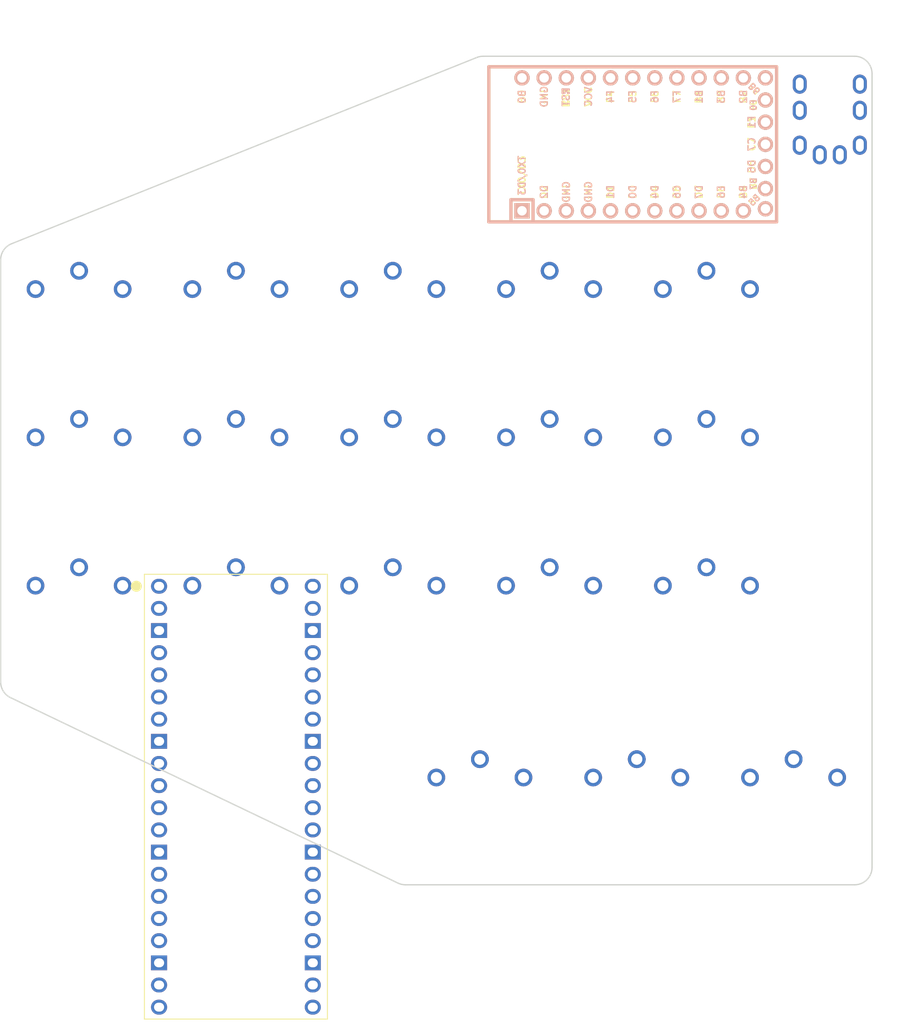
<source format=kicad_pcb>
(kicad_pcb (version 20221018) (generator pcbnew)
  (title_block (title "mosaic_pcb") (rev "v1.0.0") (company "Unknown"))
  (layers (0 "F.Cu" signal) (31 "B.Cu" signal) (34 "B.Paste" user) (35 "F.Paste" user) (36 "B.SilkS" user "B.Silkscreen") (37 "F.SilkS" user "F.Silkscreen") (38 "B.Mask" user) (39 "F.Mask" user) (44 "Edge.Cuts" user))
  (net 0 "")
  (net 1 "matrix_pinky_bottom")
  (net 2 "GND")
  (net 3 "matrix_pinky_home")
  (net 4 "matrix_pinky_top")
  (net 5 "matrix_ring_bottom")
  (net 6 "matrix_ring_home")
  (net 7 "matrix_ring_top")
  (net 8 "matrix_middle_bottom")
  (net 9 "matrix_middle_home")
  (net 10 "matrix_middle_top")
  (net 11 "matrix_index_bottom")
  (net 12 "matrix_index_home")
  (net 13 "matrix_index_top")
  (net 14 "matrix_inner_bottom")
  (net 15 "matrix_inner_home")
  (net 16 "matrix_inner_top")
  (net 17 "thumbfan_near_home")
  (net 18 "thumbfan_home_home")
  (net 19 "thumbfan_far_home")
  (net 20 "RST")
  (net 21 "VCC")
  (net 22 "F4")
  (net 23 "F5")
  (net 24 "F6")
  (net 25 "F7")
  (net 26 "B1")
  (net 27 "B3")
  (net 28 "B2")
  (net 29 "B6")
  (net 30 "D3")
  (net 31 "D2")
  (net 32 "D1")
  (net 33 "D0")
  (net 34 "D4")
  (net 35 "C6")
  (net 36 "D7")
  (net 37 "E6")
  (net 38 "B4")
  (net 39 "B5")
  (net 40 "B7")
  (net 41 "C7")
  (net 42 "F1")
  (net 43 "F0")
  (net 44 "D5")
  (net 45 "B0")
  (net 46 "GP0")
  (net 47 "GP1")
  (net 48 "GP2")
  (net 49 "GP3")
  (net 50 "GP4")
  (net 51 "GP5")
  (net 52 "GP6")
  (net 53 "GP7")
  (net 54 "GP8")
  (net 55 "GP9")
  (net 56 "GP10")
  (net 57 "GP11")
  (net 58 "GP12")
  (net 59 "GP13")
  (net 60 "GP14")
  (net 61 "GP15")
  (net 62 "GP16")
  (net 63 "GP17")
  (net 64 "GP18")
  (net 65 "GP19")
  (net 66 "GP20")
  (net 67 "GP21")
  (net 68 "GP22")
  (net 69 "RUN")
  (net 70 "GP26")
  (net 71 "GP27")
  (net 72 "AGND")
  (net 73 "GP28")
  (net 74 "ADC_VREF")
  (net 75 "3V3")
  (net 76 "3V3_EN")
  (net 77 "VSYS")
  (net 78 "VBUS")
  (footprint "PG1350" (layer "F.Cu") (at 198 102)
    (fp_text reference "S12" hide)
    (fp_text value "" hide)
    (pad "" np_thru_hole circle (at -5.5 0) (size 1.7018 1.7018) (drill 1.7018) (layers "*.Cu" "*.Mask"))
    (pad "" np_thru_hole circle (at 0 0) (size 3.429 3.429) (drill 3.429) (layers "*.Cu" "*.Mask"))
    (pad "" np_thru_hole circle (at 5.5 0) (size 1.7018 1.7018) (drill 1.7018) (layers "*.Cu" "*.Mask"))
    (pad "1" thru_hole circle (at -5 -3.8) (size 2.032 2.032) (drill 1.27) (layers "*.Cu" "*.Mask") (net 13 "matrix_index_top"))
    (pad "1" thru_hole circle (at 5 -3.8) (size 2.032 2.032) (drill 1.27) (layers "*.Cu" "*.Mask") (net 13 "matrix_index_top"))
    (pad "2" thru_hole circle (at 0 -5.9) (size 2.032 2.032) (drill 1.27) (layers "*.Cu" "*.Mask") (net 2 "GND"))
    (pad "2" thru_hole circle (at 0 -5.9) (size 2.032 2.032) (drill 1.27) (layers "*.Cu" "*.Mask") (net 2 "GND"))
  )
  (footprint "PG1350" (layer "F.Cu") (at 162 119)
    (fp_text reference "S5" hide)
    (fp_text value "" hide)
    (pad "" np_thru_hole circle (at -5.5 0) (size 1.7018 1.7018) (drill 1.7018) (layers "*.Cu" "*.Mask"))
    (pad "" np_thru_hole circle (at 0 0) (size 3.429 3.429) (drill 3.429) (layers "*.Cu" "*.Mask"))
    (pad "" np_thru_hole circle (at 5.5 0) (size 1.7018 1.7018) (drill 1.7018) (layers "*.Cu" "*.Mask"))
    (pad "1" thru_hole circle (at -5 -3.8) (size 2.032 2.032) (drill 1.27) (layers "*.Cu" "*.Mask") (net 6 "matrix_ring_home"))
    (pad "1" thru_hole circle (at 5 -3.8) (size 2.032 2.032) (drill 1.27) (layers "*.Cu" "*.Mask") (net 6 "matrix_ring_home"))
    (pad "2" thru_hole circle (at 0 -5.9) (size 2.032 2.032) (drill 1.27) (layers "*.Cu" "*.Mask") (net 2 "GND"))
    (pad "2" thru_hole circle (at 0 -5.9) (size 2.032 2.032) (drill 1.27) (layers "*.Cu" "*.Mask") (net 2 "GND"))
  )
  (footprint "PG1350" (layer "F.Cu") (at 198 136)
    (fp_text reference "S10" hide)
    (fp_text value "" hide)
    (pad "" np_thru_hole circle (at -5.5 0) (size 1.7018 1.7018) (drill 1.7018) (layers "*.Cu" "*.Mask"))
    (pad "" np_thru_hole circle (at 0 0) (size 3.429 3.429) (drill 3.429) (layers "*.Cu" "*.Mask"))
    (pad "" np_thru_hole circle (at 5.5 0) (size 1.7018 1.7018) (drill 1.7018) (layers "*.Cu" "*.Mask"))
    (pad "1" thru_hole circle (at -5 -3.8) (size 2.032 2.032) (drill 1.27) (layers "*.Cu" "*.Mask") (net 11 "matrix_index_bottom"))
    (pad "1" thru_hole circle (at 5 -3.8) (size 2.032 2.032) (drill 1.27) (layers "*.Cu" "*.Mask") (net 11 "matrix_index_bottom"))
    (pad "2" thru_hole circle (at 0 -5.9) (size 2.032 2.032) (drill 1.27) (layers "*.Cu" "*.Mask") (net 2 "GND"))
    (pad "2" thru_hole circle (at 0 -5.9) (size 2.032 2.032) (drill 1.27) (layers "*.Cu" "*.Mask") (net 2 "GND"))
  )
  (footprint "PG1350" (layer "F.Cu") (at 226 158)
    (fp_text reference "S18" hide)
    (fp_text value "" hide)
    (pad "" np_thru_hole circle (at -5.5 0) (size 1.7018 1.7018) (drill 1.7018) (layers "*.Cu" "*.Mask"))
    (pad "" np_thru_hole circle (at 0 0) (size 3.429 3.429) (drill 3.429) (layers "*.Cu" "*.Mask"))
    (pad "" np_thru_hole circle (at 5.5 0) (size 1.7018 1.7018) (drill 1.7018) (layers "*.Cu" "*.Mask"))
    (pad "1" thru_hole circle (at -5 -3.8) (size 2.032 2.032) (drill 1.27) (layers "*.Cu" "*.Mask") (net 19 "thumbfan_far_home"))
    (pad "1" thru_hole circle (at 5 -3.8) (size 2.032 2.032) (drill 1.27) (layers "*.Cu" "*.Mask") (net 19 "thumbfan_far_home"))
    (pad "2" thru_hole circle (at 0 -5.9) (size 2.032 2.032) (drill 1.27) (layers "*.Cu" "*.Mask") (net 2 "GND"))
    (pad "2" thru_hole circle (at 0 -5.9) (size 2.032 2.032) (drill 1.27) (layers "*.Cu" "*.Mask") (net 2 "GND"))
  )
  (footprint "TRRS-PJ-320A-dual" (layer "F.Cu") (at 231.3 71.5)
    (fp_text reference "TRRS1")
    (fp_text value "TRRS-PJ-320A-dual")
    (pad "" np_thru_hole circle (at -2.3 1.6) (size 1.5 1.5) (drill 1.5) (layers "*.Cu" "*.Mask"))
    (pad "" np_thru_hole circle (at -2.3 8.6) (size 1.5 1.5) (drill 1.5) (layers "*.Cu" "*.Mask"))
    (pad "" np_thru_hole circle (at 0 1.6) (size 1.5 1.5) (drill 1.5) (layers "*.Cu" "*.Mask"))
    (pad "" np_thru_hole circle (at 0 8.6) (size 1.5 1.5) (drill 1.5) (layers "*.Cu" "*.Mask"))
    (pad "1" thru_hole oval (at -2.3 11.3) (size 1.6 2.2) (drill oval 0.9 1.5) (layers "*.Cu" "*.Mask") (net 2 "GND"))
    (pad "1" thru_hole oval (at 0 11.3) (size 1.6 2.2) (drill oval 0.9 1.5) (layers "*.Cu" "*.Mask") (net 2 "GND"))
    (pad "2" thru_hole oval (at -4.6 10.2) (size 1.6 2.2) (drill oval 0.9 1.5) (layers "*.Cu" "*.Mask") (net 21 "VCC"))
    (pad "2" thru_hole oval (at 2.3 10.2) (size 1.6 2.2) (drill oval 0.9 1.5) (layers "*.Cu" "*.Mask") (net 21 "VCC"))
    (pad "3" thru_hole oval (at -4.6 6.2) (size 1.6 2.2) (drill oval 0.9 1.5) (layers "*.Cu" "*.Mask") (net 30 "D3"))
    (pad "3" thru_hole oval (at 2.3 6.2) (size 1.6 2.2) (drill oval 0.9 1.5) (layers "*.Cu" "*.Mask") (net 31 "D2"))
    (pad "4" thru_hole oval (at -4.6 3.2) (size 1.6 2.2) (drill oval 0.9 1.5) (layers "*.Cu" "*.Mask") (net 31 "D2"))
    (pad "4" thru_hole oval (at 2.3 3.2) (size 1.6 2.2) (drill oval 0.9 1.5) (layers "*.Cu" "*.Mask") (net 30 "D3"))
  )
  (footprint "PG1350" (layer "F.Cu") (at 180 136)
    (fp_text reference "S7" hide)
    (fp_text value "" hide)
    (pad "" np_thru_hole circle (at -5.5 0) (size 1.7018 1.7018) (drill 1.7018) (layers "*.Cu" "*.Mask"))
    (pad "" np_thru_hole circle (at 0 0) (size 3.429 3.429) (drill 3.429) (layers "*.Cu" "*.Mask"))
    (pad "" np_thru_hole circle (at 5.5 0) (size 1.7018 1.7018) (drill 1.7018) (layers "*.Cu" "*.Mask"))
    (pad "1" thru_hole circle (at -5 -3.8) (size 2.032 2.032) (drill 1.27) (layers "*.Cu" "*.Mask") (net 8 "matrix_middle_bottom"))
    (pad "1" thru_hole circle (at 5 -3.8) (size 2.032 2.032) (drill 1.27) (layers "*.Cu" "*.Mask") (net 8 "matrix_middle_bottom"))
    (pad "2" thru_hole circle (at 0 -5.9) (size 2.032 2.032) (drill 1.27) (layers "*.Cu" "*.Mask") (net 2 "GND"))
    (pad "2" thru_hole circle (at 0 -5.9) (size 2.032 2.032) (drill 1.27) (layers "*.Cu" "*.Mask") (net 2 "GND"))
  )
  (footprint "PG1350" (layer "F.Cu") (at 216 136)
    (fp_text reference "S13" hide)
    (fp_text value "" hide)
    (pad "" np_thru_hole circle (at -5.5 0) (size 1.7018 1.7018) (drill 1.7018) (layers "*.Cu" "*.Mask"))
    (pad "" np_thru_hole circle (at 0 0) (size 3.429 3.429) (drill 3.429) (layers "*.Cu" "*.Mask"))
    (pad "" np_thru_hole circle (at 5.5 0) (size 1.7018 1.7018) (drill 1.7018) (layers "*.Cu" "*.Mask"))
    (pad "1" thru_hole circle (at -5 -3.8) (size 2.032 2.032) (drill 1.27) (layers "*.Cu" "*.Mask") (net 14 "matrix_inner_bottom"))
    (pad "1" thru_hole circle (at 5 -3.8) (size 2.032 2.032) (drill 1.27) (layers "*.Cu" "*.Mask") (net 14 "matrix_inner_bottom"))
    (pad "2" thru_hole circle (at 0 -5.9) (size 2.032 2.032) (drill 1.27) (layers "*.Cu" "*.Mask") (net 2 "GND"))
    (pad "2" thru_hole circle (at 0 -5.9) (size 2.032 2.032) (drill 1.27) (layers "*.Cu" "*.Mask") (net 2 "GND"))
  )
  (footprint "PG1350" (layer "F.Cu") (at 162 102)
    (fp_text reference "S6" hide)
    (fp_text value "" hide)
    (pad "" np_thru_hole circle (at -5.5 0) (size 1.7018 1.7018) (drill 1.7018) (layers "*.Cu" "*.Mask"))
    (pad "" np_thru_hole circle (at 0 0) (size 3.429 3.429) (drill 3.429) (layers "*.Cu" "*.Mask"))
    (pad "" np_thru_hole circle (at 5.5 0) (size 1.7018 1.7018) (drill 1.7018) (layers "*.Cu" "*.Mask"))
    (pad "1" thru_hole circle (at -5 -3.8) (size 2.032 2.032) (drill 1.27) (layers "*.Cu" "*.Mask") (net 7 "matrix_ring_top"))
    (pad "1" thru_hole circle (at 5 -3.8) (size 2.032 2.032) (drill 1.27) (layers "*.Cu" "*.Mask") (net 7 "matrix_ring_top"))
    (pad "2" thru_hole circle (at 0 -5.9) (size 2.032 2.032) (drill 1.27) (layers "*.Cu" "*.Mask") (net 2 "GND"))
    (pad "2" thru_hole circle (at 0 -5.9) (size 2.032 2.032) (drill 1.27) (layers "*.Cu" "*.Mask") (net 2 "GND"))
  )
  (footprint "PG1350" (layer "F.Cu") (at 190 158)
    (fp_text reference "S16" hide)
    (fp_text value "" hide)
    (pad "" np_thru_hole circle (at -5.5 0) (size 1.7018 1.7018) (drill 1.7018) (layers "*.Cu" "*.Mask"))
    (pad "" np_thru_hole circle (at 0 0) (size 3.429 3.429) (drill 3.429) (layers "*.Cu" "*.Mask"))
    (pad "" np_thru_hole circle (at 5.5 0) (size 1.7018 1.7018) (drill 1.7018) (layers "*.Cu" "*.Mask"))
    (pad "1" thru_hole circle (at -5 -3.8) (size 2.032 2.032) (drill 1.27) (layers "*.Cu" "*.Mask") (net 17 "thumbfan_near_home"))
    (pad "1" thru_hole circle (at 5 -3.8) (size 2.032 2.032) (drill 1.27) (layers "*.Cu" "*.Mask") (net 17 "thumbfan_near_home"))
    (pad "2" thru_hole circle (at 0 -5.9) (size 2.032 2.032) (drill 1.27) (layers "*.Cu" "*.Mask") (net 2 "GND"))
    (pad "2" thru_hole circle (at 0 -5.9) (size 2.032 2.032) (drill 1.27) (layers "*.Cu" "*.Mask") (net 2 "GND"))
  )
  (footprint "PG1350" (layer "F.Cu") (at 144 136)
    (fp_text reference "S1" hide)
    (fp_text value "" hide)
    (pad "" np_thru_hole circle (at -5.5 0) (size 1.7018 1.7018) (drill 1.7018) (layers "*.Cu" "*.Mask"))
    (pad "" np_thru_hole circle (at 0 0) (size 3.429 3.429) (drill 3.429) (layers "*.Cu" "*.Mask"))
    (pad "" np_thru_hole circle (at 5.5 0) (size 1.7018 1.7018) (drill 1.7018) (layers "*.Cu" "*.Mask"))
    (pad "1" thru_hole circle (at -5 -3.8) (size 2.032 2.032) (drill 1.27) (layers "*.Cu" "*.Mask") (net 1 "matrix_pinky_bottom"))
    (pad "1" thru_hole circle (at 5 -3.8) (size 2.032 2.032) (drill 1.27) (layers "*.Cu" "*.Mask") (net 1 "matrix_pinky_bottom"))
    (pad "2" thru_hole circle (at 0 -5.9) (size 2.032 2.032) (drill 1.27) (layers "*.Cu" "*.Mask") (net 2 "GND"))
    (pad "2" thru_hole circle (at 0 -5.9) (size 2.032 2.032) (drill 1.27) (layers "*.Cu" "*.Mask") (net 2 "GND"))
  )
  (footprint "PG1350" (layer "F.Cu") (at 198 119)
    (fp_text reference "S11" hide)
    (fp_text value "" hide)
    (pad "" np_thru_hole circle (at -5.5 0) (size 1.7018 1.7018) (drill 1.7018) (layers "*.Cu" "*.Mask"))
    (pad "" np_thru_hole circle (at 0 0) (size 3.429 3.429) (drill 3.429) (layers "*.Cu" "*.Mask"))
    (pad "" np_thru_hole circle (at 5.5 0) (size 1.7018 1.7018) (drill 1.7018) (layers "*.Cu" "*.Mask"))
    (pad "1" thru_hole circle (at -5 -3.8) (size 2.032 2.032) (drill 1.27) (layers "*.Cu" "*.Mask") (net 12 "matrix_index_home"))
    (pad "1" thru_hole circle (at 5 -3.8) (size 2.032 2.032) (drill 1.27) (layers "*.Cu" "*.Mask") (net 12 "matrix_index_home"))
    (pad "2" thru_hole circle (at 0 -5.9) (size 2.032 2.032) (drill 1.27) (layers "*.Cu" "*.Mask") (net 2 "GND"))
    (pad "2" thru_hole circle (at 0 -5.9) (size 2.032 2.032) (drill 1.27) (layers "*.Cu" "*.Mask") (net 2 "GND"))
  )
  (footprint "PG1350" (layer "F.Cu") (at 216 119)
    (fp_text reference "S14" hide)
    (fp_text value "" hide)
    (pad "" np_thru_hole circle (at -5.5 0) (size 1.7018 1.7018) (drill 1.7018) (layers "*.Cu" "*.Mask"))
    (pad "" np_thru_hole circle (at 0 0) (size 3.429 3.429) (drill 3.429) (layers "*.Cu" "*.Mask"))
    (pad "" np_thru_hole circle (at 5.5 0) (size 1.7018 1.7018) (drill 1.7018) (layers "*.Cu" "*.Mask"))
    (pad "1" thru_hole circle (at -5 -3.8) (size 2.032 2.032) (drill 1.27) (layers "*.Cu" "*.Mask") (net 15 "matrix_inner_home"))
    (pad "1" thru_hole circle (at 5 -3.8) (size 2.032 2.032) (drill 1.27) (layers "*.Cu" "*.Mask") (net 15 "matrix_inner_home"))
    (pad "2" thru_hole circle (at 0 -5.9) (size 2.032 2.032) (drill 1.27) (layers "*.Cu" "*.Mask") (net 2 "GND"))
    (pad "2" thru_hole circle (at 0 -5.9) (size 2.032 2.032) (drill 1.27) (layers "*.Cu" "*.Mask") (net 2 "GND"))
  )
  (footprint "PG1350" (layer "F.Cu") (at 208 158)
    (fp_text reference "S17" hide)
    (fp_text value "" hide)
    (pad "" np_thru_hole circle (at -5.5 0) (size 1.7018 1.7018) (drill 1.7018) (layers "*.Cu" "*.Mask"))
    (pad "" np_thru_hole circle (at 0 0) (size 3.429 3.429) (drill 3.429) (layers "*.Cu" "*.Mask"))
    (pad "" np_thru_hole circle (at 5.5 0) (size 1.7018 1.7018) (drill 1.7018) (layers "*.Cu" "*.Mask"))
    (pad "1" thru_hole circle (at -5 -3.8) (size 2.032 2.032) (drill 1.27) (layers "*.Cu" "*.Mask") (net 18 "thumbfan_home_home"))
    (pad "1" thru_hole circle (at 5 -3.8) (size 2.032 2.032) (drill 1.27) (layers "*.Cu" "*.Mask") (net 18 "thumbfan_home_home"))
    (pad "2" thru_hole circle (at 0 -5.9) (size 2.032 2.032) (drill 1.27) (layers "*.Cu" "*.Mask") (net 2 "GND"))
    (pad "2" thru_hole circle (at 0 -5.9) (size 2.032 2.032) (drill 1.27) (layers "*.Cu" "*.Mask") (net 2 "GND"))
  )
  (footprint "PG1350" (layer "F.Cu") (at 180 102)
    (fp_text reference "S9" hide)
    (fp_text value "" hide)
    (pad "" np_thru_hole circle (at -5.5 0) (size 1.7018 1.7018) (drill 1.7018) (layers "*.Cu" "*.Mask"))
    (pad "" np_thru_hole circle (at 0 0) (size 3.429 3.429) (drill 3.429) (layers "*.Cu" "*.Mask"))
    (pad "" np_thru_hole circle (at 5.5 0) (size 1.7018 1.7018) (drill 1.7018) (layers "*.Cu" "*.Mask"))
    (pad "1" thru_hole circle (at -5 -3.8) (size 2.032 2.032) (drill 1.27) (layers "*.Cu" "*.Mask") (net 10 "matrix_middle_top"))
    (pad "1" thru_hole circle (at 5 -3.8) (size 2.032 2.032) (drill 1.27) (layers "*.Cu" "*.Mask") (net 10 "matrix_middle_top"))
    (pad "2" thru_hole circle (at 0 -5.9) (size 2.032 2.032) (drill 1.27) (layers "*.Cu" "*.Mask") (net 2 "GND"))
    (pad "2" thru_hole circle (at 0 -5.9) (size 2.032 2.032) (drill 1.27) (layers "*.Cu" "*.Mask") (net 2 "GND"))
  )
  (footprint "RPi_Pico_TH_oval_face_up" (layer "F.Cu") (at 162 156.4)
    (fp_text reference "U0" hide)
    (fp_text value "Pico")
    (fp_line (start -10.5 -25.5) (end -10.5 25.5) (stroke (width 0.12)) (layer "F.SilkS"))
    (fp_line (start -10.5 -25.5) (end 10.5 -25.5) (stroke (width 0.12)) (layer "F.SilkS"))
    (fp_line (start -10.5 25.5) (end 10.5 25.5) (stroke (width 0.12)) (layer "F.SilkS"))
    (fp_line (start 10.5 -25.5) (end 10.5 25.5) (stroke (width 0.12)) (layer "F.SilkS"))
    (fp_circle (center -11.43 -24.13) (end -10.795 -24.13) (fill solid) (layer "F.SilkS"))
    (pad "1" thru_hole oval (at -8.82 -24.13) (size 1.84 1.7) (drill oval 1.16 1.02) (layers "*.Cu" "*.Mask") (net 46 "GP0"))
    (pad "2" thru_hole oval (at -8.82 -21.59) (size 1.84 1.7) (drill oval 1.16 1.02) (layers "*.Cu" "*.Mask") (net 47 "GP1"))
    (pad "3" thru_hole rect (at -8.82 -19.05) (size 1.84 1.7) (drill oval 1.16 1.02) (layers "*.Cu" "*.Mask") (net 2 "GND"))
    (pad "4" thru_hole oval (at -8.82 -16.51) (size 1.84 1.7) (drill oval 1.16 1.02) (layers "*.Cu" "*.Mask") (net 48 "GP2"))
    (pad "5" thru_hole oval (at -8.82 -13.97) (size 1.84 1.7) (drill oval 1.16 1.02) (layers "*.Cu" "*.Mask") (net 49 "GP3"))
    (pad "6" thru_hole oval (at -8.82 -11.43) (size 1.84 1.7) (drill oval 1.16 1.02) (layers "*.Cu" "*.Mask") (net 50 "GP4"))
    (pad "7" thru_hole oval (at -8.82 -8.89) (size 1.84 1.7) (drill oval 1.16 1.02) (layers "*.Cu" "*.Mask") (net 51 "GP5"))
    (pad "8" thru_hole rect (at -8.82 -6.35) (size 1.84 1.7) (drill oval 1.16 1.02) (layers "*.Cu" "*.Mask") (net 2 "GND"))
    (pad "9" thru_hole oval (at -8.82 -3.81) (size 1.84 1.7) (drill oval 1.16 1.02) (layers "*.Cu" "*.Mask") (net 52 "GP6"))
    (pad "10" thru_hole oval (at -8.82 -1.27) (size 1.84 1.7) (drill oval 1.16 1.02) (layers "*.Cu" "*.Mask") (net 53 "GP7"))
    (pad "11" thru_hole oval (at -8.82 1.27) (size 1.84 1.7) (drill oval 1.16 1.02) (layers "*.Cu" "*.Mask") (net 54 "GP8"))
    (pad "12" thru_hole oval (at -8.82 3.81) (size 1.84 1.7) (drill oval 1.16 1.02) (layers "*.Cu" "*.Mask") (net 55 "GP9"))
    (pad "13" thru_hole rect (at -8.82 6.35) (size 1.84 1.7) (drill oval 1.16 1.02) (layers "*.Cu" "*.Mask") (net 2 "GND"))
    (pad "14" thru_hole oval (at -8.82 8.89) (size 1.84 1.7) (drill oval 1.16 1.02) (layers "*.Cu" "*.Mask") (net 56 "GP10"))
    (pad "15" thru_hole oval (at -8.82 11.43) (size 1.84 1.7) (drill oval 1.16 1.02) (layers "*.Cu" "*.Mask") (net 57 "GP11"))
    (pad "16" thru_hole oval (at -8.82 13.97) (size 1.84 1.7) (drill oval 1.16 1.02) (layers "*.Cu" "*.Mask") (net 58 "GP12"))
    (pad "17" thru_hole oval (at -8.82 16.51) (size 1.84 1.7) (drill oval 1.16 1.02) (layers "*.Cu" "*.Mask") (net 59 "GP13"))
    (pad "18" thru_hole rect (at -8.82 19.05) (size 1.84 1.7) (drill oval 1.16 1.02) (layers "*.Cu" "*.Mask") (net 2 "GND"))
    (pad "19" thru_hole oval (at -8.82 21.59) (size 1.84 1.7) (drill oval 1.16 1.02) (layers "*.Cu" "*.Mask") (net 60 "GP14"))
    (pad "20" thru_hole oval (at -8.82 24.13) (size 1.84 1.7) (drill oval 1.16 1.02) (layers "*.Cu" "*.Mask") (net 61 "GP15"))
    (pad "21" thru_hole oval (at 8.82 24.13) (size 1.84 1.7) (drill oval 1.16 1.02) (layers "*.Cu" "*.Mask") (net 62 "GP16"))
    (pad "22" thru_hole oval (at 8.82 21.59) (size 1.84 1.7) (drill oval 1.16 1.02) (layers "*.Cu" "*.Mask") (net 63 "GP17"))
    (pad "23" thru_hole rect (at 8.82 19.05) (size 1.84 1.7) (drill oval 1.16 1.02) (layers "*.Cu" "*.Mask") (net 2 "GND"))
    (pad "24" thru_hole oval (at 8.82 16.51) (size 1.84 1.7) (drill oval 1.16 1.02) (layers "*.Cu" "*.Mask") (net 64 "GP18"))
    (pad "25" thru_hole oval (at 8.82 13.97) (size 1.84 1.7) (drill oval 1.16 1.02) (layers "*.Cu" "*.Mask") (net 65 "GP19"))
    (pad "26" thru_hole oval (at 8.82 11.43) (size 1.84 1.7) (drill oval 1.16 1.02) (layers "*.Cu" "*.Mask") (net 66 "GP20"))
    (pad "27" thru_hole oval (at 8.82 8.89) (size 1.84 1.7) (drill oval 1.16 1.02) (layers "*.Cu" "*.Mask") (net 67 "GP21"))
    (pad "28" thru_hole rect (at 8.82 6.35) (size 1.84 1.7) (drill oval 1.16 1.02) (layers "*.Cu" "*.Mask") (net 2 "GND"))
    (pad "29" thru_hole oval (at 8.82 3.81) (size 1.84 1.7) (drill oval 1.16 1.02) (layers "*.Cu" "*.Mask") (net 68 "GP22"))
    (pad "30" thru_hole oval (at 8.82 1.27) (size 1.84 1.7) (drill oval 1.16 1.02) (layers "*.Cu" "*.Mask") (net 69 "RUN"))
    (pad "31" thru_hole oval (at 8.82 -1.27) (size 1.84 1.7) (drill oval 1.16 1.02) (layers "*.Cu" "*.Mask") (net 70 "GP26"))
    (pad "32" thru_hole oval (at 8.82 -3.81) (size 1.84 1.7) (drill oval 1.16 1.02) (layers "*.Cu" "*.Mask") (net 71 "GP27"))
    (pad "33" thru_hole rect (at 8.82 -6.35) (size 1.84 1.7) (drill oval 1.16 1.02) (layers "*.Cu" "*.Mask") (net 72 "AGND"))
    (pad "34" thru_hole oval (at 8.82 -8.89) (size 1.84 1.7) (drill oval 1.16 1.02) (layers "*.Cu" "*.Mask") (net 73 "GP28"))
    (pad "35" thru_hole oval (at 8.82 -11.43) (size 1.84 1.7) (drill oval 1.16 1.02) (layers "*.Cu" "*.Mask") (net 74 "ADC_VREF"))
    (pad "36" thru_hole oval (at 8.82 -13.97) (size 1.84 1.7) (drill oval 1.16 1.02) (layers "*.Cu" "*.Mask") (net 75 "3V3"))
    (pad "37" thru_hole oval (at 8.82 -16.51) (size 1.84 1.7) (drill oval 1.16 1.02) (layers "*.Cu" "*.Mask") (net 76 "3V3_EN"))
    (pad "38" thru_hole rect (at 8.82 -19.05) (size 1.84 1.7) (drill oval 1.16 1.02) (layers "*.Cu" "*.Mask") (net 2 "GND"))
    (pad "39" thru_hole oval (at 8.82 -21.59) (size 1.84 1.7) (drill oval 1.16 1.02) (layers "*.Cu" "*.Mask") (net 77 "VSYS"))
    (pad "40" thru_hole oval (at 8.82 -24.13) (size 1.84 1.7) (drill oval 1.16 1.02) (layers "*.Cu" "*.Mask") (net 78 "VBUS"))
  )
  (footprint "PG1350" (layer "F.Cu") (at 144 102)
    (fp_text reference "S3" hide)
    (fp_text value "" hide)
    (pad "" np_thru_hole circle (at -5.5 0) (size 1.7018 1.7018) (drill 1.7018) (layers "*.Cu" "*.Mask"))
    (pad "" np_thru_hole circle (at 0 0) (size 3.429 3.429) (drill 3.429) (layers "*.Cu" "*.Mask"))
    (pad "" np_thru_hole circle (at 5.5 0) (size 1.7018 1.7018) (drill 1.7018) (layers "*.Cu" "*.Mask"))
    (pad "1" thru_hole circle (at -5 -3.8) (size 2.032 2.032) (drill 1.27) (layers "*.Cu" "*.Mask") (net 4 "matrix_pinky_top"))
    (pad "1" thru_hole circle (at 5 -3.8) (size 2.032 2.032) (drill 1.27) (layers "*.Cu" "*.Mask") (net 4 "matrix_pinky_top"))
    (pad "2" thru_hole circle (at 0 -5.9) (size 2.032 2.032) (drill 1.27) (layers "*.Cu" "*.Mask") (net 2 "GND"))
    (pad "2" thru_hole circle (at 0 -5.9) (size 2.032 2.032) (drill 1.27) (layers "*.Cu" "*.Mask") (net 2 "GND"))
  )
  (footprint "PG1350" (layer "F.Cu") (at 162 136)
    (fp_text reference "S4" hide)
    (fp_text value "" hide)
    (pad "" np_thru_hole circle (at -5.5 0) (size 1.7018 1.7018) (drill 1.7018) (layers "*.Cu" "*.Mask"))
    (pad "" np_thru_hole circle (at 0 0) (size 3.429 3.429) (drill 3.429) (layers "*.Cu" "*.Mask"))
    (pad "" np_thru_hole circle (at 5.5 0) (size 1.7018 1.7018) (drill 1.7018) (layers "*.Cu" "*.Mask"))
    (pad "1" thru_hole circle (at -5 -3.8) (size 2.032 2.032) (drill 1.27) (layers "*.Cu" "*.Mask") (net 5 "matrix_ring_bottom"))
    (pad "1" thru_hole circle (at 5 -3.8) (size 2.032 2.032) (drill 1.27) (layers "*.Cu" "*.Mask") (net 5 "matrix_ring_bottom"))
    (pad "2" thru_hole circle (at 0 -5.9) (size 2.032 2.032) (drill 1.27) (layers "*.Cu" "*.Mask") (net 2 "GND"))
    (pad "2" thru_hole circle (at 0 -5.9) (size 2.032 2.032) (drill 1.27) (layers "*.Cu" "*.Mask") (net 2 "GND"))
  )
  (footprint "Elite-C" (layer "F.Cu") (at 208.8 81.6)
    (fp_text reference "" (at 0 0) (layer "F.SilkS") (effects (font (size 1.27 1.27))))
    (fp_text value "Elite-C" hide)
    (fp_text user "C6" (at 3.81 5.461 90) (layer "B.SilkS") (effects (font (size 0.8 0.8)) (justify mirror)))
    (fp_text user "D7" (at 6.35 5.461 90) (layer "B.SilkS") (effects (font (size 0.8 0.8)) (justify mirror)))
    (fp_text user "B5" (at 12.7 6.4 45) (layer "B.SilkS") (effects (font (size 0.7 0.7)) (justify mirror)))
    (fp_text user "GND" (at -6.35 5.461 90) (layer "B.SilkS") (effects (font (size 0.8 0.8)) (justify mirror)))
    (fp_text user "C7" (at 12.4 0 90) (layer "B.SilkS") (effects (font (size 0.8 0.8)) (justify mirror)))
    (fp_text user "F1" (at 12.4 -2.54 90) (layer "B.SilkS") (effects (font (size 0.8 0.8)) (justify mirror)))
    (fp_text user "E6" (at 8.89 5.461 90) (layer "B.SilkS") (effects (font (size 0.8 0.8)) (justify mirror)))
    (fp_text user "F7" (at 3.81 -5.461 90) (layer "B.SilkS") (effects (font (size 0.8 0.8)) (justify mirror)))
    (fp_text user "TX0/D3" (at -13.97 3.571872 90) (layer "B.SilkS") (effects (font (size 0.8 0.8)) (justify mirror)))
    (fp_text user "F0" (at 12.6 -4.5 90) (layer "B.SilkS") (effects (font (size 0.7 0.7)) (justify mirror)))
    (fp_text user "ST" (at -8.91 -5.04 90) (layer "B.SilkS") (effects (font (size 0.8 0.8)) (justify mirror)))
    (fp_text user "GND" (at -8.89 5.461 90) (layer "B.SilkS") (effects (font (size 0.8 0.8)) (justify mirror)))
    (fp_text user "B4" (at 11.43 5.461 90) (layer "B.SilkS") (effects (font (size 0.8 0.8)) (justify mirror)))
    (fp_text user "D1" (at -3.81 5.461 90) (layer "B.SilkS") (effects (font (size 0.8 0.8)) (justify mirror)))
    (fp_text user "VCC" (at -6.35 -5.461 90) (layer "B.SilkS") (effects (font (size 0.8 0.8)) (justify mirror)))
    (fp_text user "F5" (at -1.27 -5.461 90) (layer "B.SilkS") (effects (font (size 0.8 0.8)) (justify mirror)))
    (fp_text user "B6" (at 12.7 -6.4 135 unlocked) (layer "B.SilkS") (effects (font (size 0.7 0.7)) (justify mirror)))
    (fp_text user "F6" (at 1.27 -5.461 90) (layer "B.SilkS") (effects (font (size 0.8 0.8)) (justify mirror)))
    (fp_text user "D0" (at -1.27 5.461 90) (layer "B.SilkS") (effects (font (size 0.8 0.8)) (justify mirror)))
    (fp_text user "D2" (at -11.43 5.461 90) (layer "B.SilkS") (effects (font (size 0.8 0.8)) (justify mirror)))
    (fp_text user "B1" (at 6.35 -5.461 90) (layer "B.SilkS") (effects (font (size 0.8 0.8)) (justify mirror)))
    (fp_text user "D5" (at 12.4 2.54 90) (layer "B.SilkS") (effects (font (size 0.8 0.8)) (justify mirror)))
    (fp_text user "B7" (at 12.6 4.5 90) (layer "B.SilkS") (effects (font (size 0.7 0.7)) (justify mirror)))
    (fp_text user "B3" (at 8.89 -5.461 90) (layer "B.SilkS") (effects (font (size 0.8 0.8)) (justify mirror)))
    (fp_text user "F4" (at -3.81 -5.461 90) (layer "B.SilkS") (effects (font (size 0.8 0.8)) (justify mirror)))
    (fp_text user "D4" (at 1.27 5.461 90) (layer "B.SilkS") (effects (font (size 0.8 0.8)) (justify mirror)))
    (fp_text user "B2" (at 11.43 -5.461 90) (layer "B.SilkS") (effects (font (size 0.8 0.8)) (justify mirror)))
    (fp_text user "B0" (at -13.97 -5.461 90) (layer "B.SilkS") (effects (font (size 0.8 0.8)) (justify mirror)))
    (fp_text user "GND" (at -11.43 -5.461 90) (layer "B.SilkS") (effects (font (size 0.8 0.8)) (justify mirror)))
    (fp_text user "D7" (at 6.35 5.461 90) (layer "F.SilkS") (effects (font (size 0.8 0.8))))
    (fp_text user "B5" (at 12.7 6.4 45) (layer "F.SilkS") (effects (font (size 0.7 0.7))))
    (fp_text user "B2" (at 11.43 -5.461 90) (layer "F.SilkS") (effects (font (size 0.8 0.8))))
    (fp_text user "GND" (at -6.35 5.461 90) (layer "F.SilkS") (effects (font (size 0.8 0.8))))
    (fp_text user "F5" (at -1.27 -5.461 90) (layer "F.SilkS") (effects (font (size 0.8 0.8))))
    (fp_text user "C7" (at 12.4 0 90) (layer "F.SilkS") (effects (font (size 0.8 0.8))))
    (fp_text user "D4" (at 1.27 5.461 90) (layer "F.SilkS") (effects (font (size 0.8 0.8))))
    (fp_text user "ST" (at -8.92 -5.73312 90) (layer "F.SilkS") (effects (font (size 0.8 0.8))))
    (fp_text user "E6" (at 8.89 5.461 90) (layer "F.SilkS") (effects (font (size 0.8 0.8))))
    (fp_text user "B4" (at 11.43 5.461 90) (layer "F.SilkS") (effects (font (size 0.8 0.8))))
    (fp_text user "D0" (at -1.27 5.461 90) (layer "F.SilkS") (effects (font (size 0.8 0.8))))
    (fp_text user "D5" (at 12.4 2.54 90) (layer "F.SilkS") (effects (font (size 0.8 0.8))))
    (fp_text user "B7" (at 12.6 4.5 90) (layer "F.SilkS") (effects (font (size 0.7 0.7))))
    (fp_text user "F7" (at 3.81 -5.461 90) (layer "F.SilkS") (effects (font (size 0.8 0.8))))
    (fp_text user "F1" (at 12.4 -2.54 90) (layer "F.SilkS") (effects (font (size 0.8 0.8))))
    (fp_text user "B0" (at -13.97 -5.461 90) (layer "F.SilkS") (effects (font (size 0.8 0.8))))
    (fp_text user "TX0/D3" (at -13.97 3.571872 90) (layer "F.SilkS") (effects (font (size 0.8 0.8))))
    (fp_text user "B3" (at 8.89 -5.461 90) (layer "F.SilkS") (effects (font (size 0.8 0.8))))
    (fp_text user "GND" (at -8.89 5.461 90) (layer "F.SilkS") (effects (font (size 0.8 0.8))))
    (fp_text user "F6" (at 1.27 -5.461 90) (layer "F.SilkS") (effects (font (size 0.8 0.8))))
    (fp_text user "F4" (at -3.81 -5.461 90) (layer "F.SilkS") (effects (font (size 0.8 0.8))))
    (fp_text user "B6" (at 12.7 -6.4 135 unlocked) (layer "F.SilkS") (effects (font (size 0.7 0.7))))
    (fp_text user "VCC" (at -6.35 -5.461 90) (layer "F.SilkS") (effects (font (size 0.8 0.8))))
    (fp_text user "D1" (at -3.81 5.461 90) (layer "F.SilkS") (effects (font (size 0.8 0.8))))
    (fp_text user "F0" (at 12.6 -4.5 90) (layer "F.SilkS") (effects (font (size 0.7 0.7))))
    (fp_text user "B1" (at 6.35 -5.461 90) (layer "F.SilkS") (effects (font (size 0.8 0.8))))
    (fp_text user "D2" (at -11.43 5.461 90) (layer "F.SilkS") (effects (font (size 0.8 0.8))))
    (fp_text user "GND" (at -11.43 -5.461 90) (layer "F.SilkS") (effects (font (size 0.8 0.8))))
    (fp_text user "C6" (at 3.81 5.461 90) (layer "F.SilkS") (effects (font (size 0.8 0.8))))
    (fp_line (start -17.78 -8.89) (end -17.78 8.89) (stroke (width 0.381)) (layer "B.SilkS"))
    (fp_line (start -17.78 8.89) (end 15.24 8.89) (stroke (width 0.381)) (layer "B.SilkS"))
    (fp_line (start -15.24 6.35) (end -15.24 8.89) (stroke (width 0.381)) (layer "B.SilkS"))
    (fp_line (start -15.24 6.35) (end -12.7 6.35) (stroke (width 0.381)) (layer "B.SilkS"))
    (fp_line (start -12.7 6.35) (end -12.7 8.89) (stroke (width 0.381)) (layer "B.SilkS"))
    (fp_line (start 15.24 -8.89) (end -17.78 -8.89) (stroke (width 0.381)) (layer "B.SilkS"))
    (fp_line (start 15.24 8.89) (end 15.24 -8.89) (stroke (width 0.381)) (layer "B.SilkS"))
    (fp_poly (pts (xy -9.35097 -6.244635) (xy -8.55097 -6.244635) (xy -8.55097 -6.344635) (xy -9.35097 -6.344635)) (stroke (width 0.15)) (fill solid) (layer "B.SilkS"))
    (fp_poly (pts (xy -9.35097 -5.844635) (xy -9.25097 -5.844635) (xy -9.25097 -6.344635) (xy -9.35097 -6.344635)) (stroke (width 0.15)) (fill solid) (layer "B.SilkS"))
    (fp_poly (pts (xy -9.35097 -5.844635) (xy -9.05097 -5.844635) (xy -9.05097 -5.944635) (xy -9.35097 -5.944635)) (stroke (width 0.15)) (fill solid) (layer "B.SilkS"))
    (fp_poly (pts (xy -8.95097 -6.044635) (xy -8.85097 -6.044635) (xy -8.85097 -6.144635) (xy -8.95097 -6.144635)) (stroke (width 0.15)) (fill solid) (layer "B.SilkS"))
    (fp_poly (pts (xy -8.75097 -5.844635) (xy -8.55097 -5.844635) (xy -8.55097 -5.944635) (xy -8.75097 -5.944635)) (stroke (width 0.15)) (fill solid) (layer "B.SilkS"))
    (fp_line (start -17.78 -8.89) (end -17.78 8.89) (stroke (width 0.381)) (layer "F.SilkS"))
    (fp_line (start -17.78 8.89) (end -15.24 8.89) (stroke (width 0.381)) (layer "F.SilkS"))
    (fp_line (start -15.24 -8.89) (end -17.78 -8.89) (stroke (width 0.381)) (layer "F.SilkS"))
    (fp_line (start -15.24 6.35) (end -15.24 8.89) (stroke (width 0.381)) (layer "F.SilkS"))
    (fp_line (start -15.24 6.35) (end -12.7 6.35) (stroke (width 0.381)) (layer "F.SilkS"))
    (fp_line (start -15.24 8.89) (end 15.24 8.89) (stroke (width 0.381)) (layer "F.SilkS"))
    (fp_line (start -12.7 6.35) (end -12.7 8.89) (stroke (width 0.381)) (layer "F.SilkS"))
    (fp_line (start 15.24 -8.89) (end -15.24 -8.89) (stroke (width 0.381)) (layer "F.SilkS"))
    (fp_line (start 15.24 8.89) (end 15.24 -8.89) (stroke (width 0.381)) (layer "F.SilkS"))
    (fp_poly (pts (xy -9.36064 -4.931568) (xy -9.26064 -4.931568) (xy -9.26064 -4.431568) (xy -9.36064 -4.431568)) (stroke (width 0.15)) (fill solid) (layer "F.SilkS"))
    (fp_poly (pts (xy -9.36064 -4.931568) (xy -9.06064 -4.931568) (xy -9.06064 -4.831568) (xy -9.36064 -4.831568)) (stroke (width 0.15)) (fill solid) (layer "F.SilkS"))
    (fp_poly (pts (xy -9.36064 -4.531568) (xy -8.56064 -4.531568) (xy -8.56064 -4.431568) (xy -9.36064 -4.431568)) (stroke (width 0.15)) (fill solid) (layer "F.SilkS"))
    (fp_poly (pts (xy -8.96064 -4.731568) (xy -8.86064 -4.731568) (xy -8.86064 -4.631568) (xy -8.96064 -4.631568)) (stroke (width 0.15)) (fill solid) (layer "F.SilkS"))
    (fp_poly (pts (xy -8.76064 -4.931568) (xy -8.56064 -4.931568) (xy -8.56064 -4.831568) (xy -8.76064 -4.831568)) (stroke (width 0.15)) (fill solid) (layer "F.SilkS"))
    (pad "1" thru_hole rect (at -13.97 7.62) (size 1.7526 1.7526) (drill 1.0922) (layers "*.Cu" "*.SilkS" "*.Mask") (net 30 "D3"))
    (pad "2" thru_hole circle (at -11.43 7.62) (size 1.7526 1.7526) (drill 1.0922) (layers "*.Cu" "*.SilkS" "*.Mask") (net 31 "D2"))
    (pad "3" thru_hole circle (at -8.89 7.62) (size 1.7526 1.7526) (drill 1.0922) (layers "*.Cu" "*.SilkS" "*.Mask") (net 2 "GND"))
    (pad "4" thru_hole circle (at -6.35 7.62) (size 1.7526 1.7526) (drill 1.0922) (layers "*.Cu" "*.SilkS" "*.Mask") (net 2 "GND"))
    (pad "5" thru_hole circle (at -3.81 7.62) (size 1.7526 1.7526) (drill 1.0922) (layers "*.Cu" "*.SilkS" "*.Mask") (net 32 "D1"))
    (pad "6" thru_hole circle (at -1.27 7.62) (size 1.7526 1.7526) (drill 1.0922) (layers "*.Cu" "*.SilkS" "*.Mask") (net 33 "D0"))
    (pad "7" thru_hole circle (at 1.27 7.62) (size 1.7526 1.7526) (drill 1.0922) (layers "*.Cu" "*.SilkS" "*.Mask") (net 34 "D4"))
    (pad "8" thru_hole circle (at 3.81 7.62) (size 1.7526 1.7526) (drill 1.0922) (layers "*.Cu" "*.SilkS" "*.Mask") (net 35 "C6"))
    (pad "9" thru_hole circle (at 6.35 7.62) (size 1.7526 1.7526) (drill 1.0922) (layers "*.Cu" "*.SilkS" "*.Mask") (net 36 "D7"))
    (pad "10" thru_hole circle (at 8.89 7.62) (size 1.7526 1.7526) (drill 1.0922) (layers "*.Cu" "*.SilkS" "*.Mask") (net 37 "E6"))
    (pad "11" thru_hole circle (at 11.43 7.62) (size 1.7526 1.7526) (drill 1.0922) (layers "*.Cu" "*.SilkS" "*.Mask") (net 38 "B4"))
    (pad "12" thru_hole circle (at 13.97 7.3914) (size 1.7526 1.7526) (drill 1.0922) (layers "*.Cu" "*.SilkS" "*.Mask") (net 39 "B5"))
    (pad "13" thru_hole circle (at 13.97 -7.62) (size 1.7526 1.7526) (drill 1.0922) (layers "*.Cu" "*.SilkS" "*.Mask") (net 29 "B6"))
    (pad "14" thru_hole circle (at 11.43 -7.62) (size 1.7526 1.7526) (drill 1.0922) (layers "*.Cu" "*.SilkS" "*.Mask") (net 28 "B2"))
    (pad "15" thru_hole circle (at 8.89 -7.62) (size 1.7526 1.7526) (drill 1.0922) (layers "*.Cu" "*.SilkS" "*.Mask") (net 27 "B3"))
    (pad "16" thru_hole circle (at 6.35 -7.62) (size 1.7526 1.7526) (drill 1.0922) (layers "*.Cu" "*.SilkS" "*.Mask") (net 26 "B1"))
    (pad "17" thru_hole circle (at 3.81 -7.62) (size 1.7526 1.7526) (drill 1.0922) (layers "*.Cu" "*.SilkS" "*.Mask") (net 25 "F7"))
    (pad "18" thru_hole circle (at 1.27 -7.62) (size 1.7526 1.7526) (drill 1.0922) (layers "*.Cu" "*.SilkS" "*.Mask") (net 24 "F6"))
    (pad "19" thru_hole circle (at -1.27 -7.62) (size 1.7526 1.7526) (drill 1.0922) (layers "*.Cu" "*.SilkS" "*.Mask") (net 23 "F5"))
    (pad "20" thru_hole circle (at -3.81 -7.62) (size 1.7526 1.7526) (drill 1.0922) (layers "*.Cu" "*.SilkS" "*.Mask") (net 22 "F4"))
    (pad "21" thru_hole circle (at -6.35 -7.62) (size 1.7526 1.7526) (drill 1.0922) (layers "*.Cu" "*.SilkS" "*.Mask") (net 21 "VCC"))
    (pad "22" thru_hole circle (at -8.89 -7.62) (size 1.7526 1.7526) (drill 1.0922) (layers "*.Cu" "*.SilkS" "*.Mask") (net 20 "RST"))
    (pad "23" thru_hole circle (at -11.43 -7.62) (size 1.7526 1.7526) (drill 1.0922) (layers "*.Cu" "*.SilkS" "*.Mask") (net 2 "GND"))
    (pad "24" thru_hole circle (at -13.97 -7.62) (size 1.7526 1.7526) (drill 1.0922) (layers "*.Cu" "*.SilkS" "*.Mask") (net 45 "B0"))
    (pad "25" thru_hole circle (at 13.97 5.08) (size 1.7526 1.7526) (drill 1.0922) (layers "*.Cu" "*.SilkS" "*.Mask") (net 40 "B7"))
    (pad "26" thru_hole circle (at 13.97 2.54) (size 1.7526 1.7526) (drill 1.0922) (layers "*.Cu" "*.SilkS" "*.Mask") (net 44 "D5"))
    (pad "27" thru_hole circle (at 13.97 0) (size 1.7526 1.7526) (drill 1.0922) (layers "*.Cu" "*.SilkS" "*.Mask") (net 41 "C7"))
    (pad "28" thru_hole circle (at 13.97 -2.54) (size 1.7526 1.7526) (drill 1.0922) (layers "*.Cu" "*.SilkS" "*.Mask") (net 42 "F1"))
    (pad "29" thru_hole circle (at 13.97 -5.08) (size 1.7526 1.7526) (drill 1.0922) (layers "*.Cu" "*.SilkS" "*.Mask") (net 43 "F0"))
  )
  (footprint "PG1350" (layer "F.Cu") (at 216 102)
    (fp_text reference "S15" hide)
    (fp_text value "" hide)
    (pad "" np_thru_hole circle (at -5.5 0) (size 1.7018 1.7018) (drill 1.7018) (layers "*.Cu" "*.Mask"))
    (pad "" np_thru_hole circle (at 0 0) (size 3.429 3.429) (drill 3.429) (layers "*.Cu" "*.Mask"))
    (pad "" np_thru_hole circle (at 5.5 0) (size 1.7018 1.7018) (drill 1.7018) (layers "*.Cu" "*.Mask"))
    (pad "1" thru_hole circle (at -5 -3.8) (size 2.032 2.032) (drill 1.27) (layers "*.Cu" "*.Mask") (net 16 "matrix_inner_top"))
    (pad "1" thru_hole circle (at 5 -3.8) (size 2.032 2.032) (drill 1.27) (layers "*.Cu" "*.Mask") (net 16 "matrix_inner_top"))
    (pad "2" thru_hole circle (at 0 -5.9) (size 2.032 2.032) (drill 1.27) (layers "*.Cu" "*.Mask") (net 2 "GND"))
    (pad "2" thru_hole circle (at 0 -5.9) (size 2.032 2.032) (drill 1.27) (layers "*.Cu" "*.Mask") (net 2 "GND"))
  )
  (footprint "PG1350" (layer "F.Cu") (at 180 119)
    (fp_text reference "S8" hide)
    (fp_text value "" hide)
    (pad "" np_thru_hole circle (at -5.5 0) (size 1.7018 1.7018) (drill 1.7018) (layers "*.Cu" "*.Mask"))
    (pad "" np_thru_hole circle (at 0 0) (size 3.429 3.429) (drill 3.429) (layers "*.Cu" "*.Mask"))
    (pad "" np_thru_hole circle (at 5.5 0) (size 1.7018 1.7018) (drill 1.7018) (layers "*.Cu" "*.Mask"))
    (pad "1" thru_hole circle (at -5 -3.8) (size 2.032 2.032) (drill 1.27) (layers "*.Cu" "*.Mask") (net 9 "matrix_middle_home"))
    (pad "1" thru_hole circle (at 5 -3.8) (size 2.032 2.032) (drill 1.27) (layers "*.Cu" "*.Mask") (net 9 "matrix_middle_home"))
    (pad "2" thru_hole circle (at 0 -5.9) (size 2.032 2.032) (drill 1.27) (layers "*.Cu" "*.Mask") (net 2 "GND"))
    (pad "2" thru_hole circle (at 0 -5.9) (size 2.032 2.032) (drill 1.27) (layers "*.Cu" "*.Mask") (net 2 "GND"))
  )
  (footprint "PG1350" (layer "F.Cu") (at 144 119)
    (fp_text reference "S2" hide)
    (fp_text value "" hide)
    (pad "" np_thru_hole circle (at -5.5 0) (size 1.7018 1.7018) (drill 1.7018) (layers "*.Cu" "*.Mask"))
    (pad "" np_thru_hole circle (at 0 0) (size 3.429 3.429) (drill 3.429) (layers "*.Cu" "*.Mask"))
    (pad "" np_thru_hole circle (at 5.5 0) (size 1.7018 1.7018) (drill 1.7018) (layers "*.Cu" "*.Mask"))
    (pad "1" thru_hole circle (at -5 -3.8) (size 2.032 2.032) (drill 1.27) (layers "*.Cu" "*.Mask") (net 3 "matrix_pinky_home"))
    (pad "1" thru_hole circle (at 5 -3.8) (size 2.032 2.032) (drill 1.27) (layers "*.Cu" "*.Mask") (net 3 "matrix_pinky_home"))
    (pad "2" thru_hole circle (at 0 -5.9) (size 2.032 2.032) (drill 1.27) (layers "*.Cu" "*.Mask") (net 2 "GND"))
    (pad "2" thru_hole circle (at 0 -5.9) (size 2.032 2.032) (drill 1.27) (layers "*.Cu" "*.Mask") (net 2 "GND"))
  )
  (gr_arc (start 235 164.5) (mid 234.414214 165.914214) (end 233 166.5) (stroke (width 0.15)) (layer "Edge.Cuts"))
  (gr_line (start 235 73.5) (end 235 164.5) (stroke (width 0.15)) (layer "Edge.Cuts"))
  (gr_arc (start 136.137089 145.043825) (mid 135.307986 144.3059) (end 135 143.239557) (stroke (width 0.15)) (layer "Edge.Cuts"))
  (gr_arc (start 181.453654 166.5) (mid 181.011238 166.450453) (end 180.590743 166.304268) (stroke (width 0.15)) (layer "Edge.Cuts"))
  (gr_line (start 180.590743 166.304268) (end 136.137089 145.043825) (stroke (width 0.15)) (layer "Edge.Cuts"))
  (gr_line (start 136.257219 92.997113) (end 189.642383 71.643047) (stroke (width 0.15)) (layer "Edge.Cuts"))
  (gr_arc (start 135 94.854066) (mid 135.343866 93.732808) (end 136.257219 92.997113) (stroke (width 0.15)) (layer "Edge.Cuts"))
  (gr_arc (start 189.642384 71.643047) (mid 190.00695 71.536088) (end 190.385165 71.5) (stroke (width 0.15)) (layer "Edge.Cuts"))
  (gr_line (start 190.385165 71.5) (end 233 71.5) (stroke (width 0.15)) (layer "Edge.Cuts"))
  (gr_line (start 233 166.5) (end 181.453654 166.5) (stroke (width 0.15)) (layer "Edge.Cuts"))
  (gr_line (start 135 143.239557) (end 135 94.854066) (stroke (width 0.15)) (layer "Edge.Cuts"))
  (gr_arc (start 233 71.5) (mid 234.414214 72.085786) (end 235 73.5) (stroke (width 0.15)) (layer "Edge.Cuts"))
)
</source>
